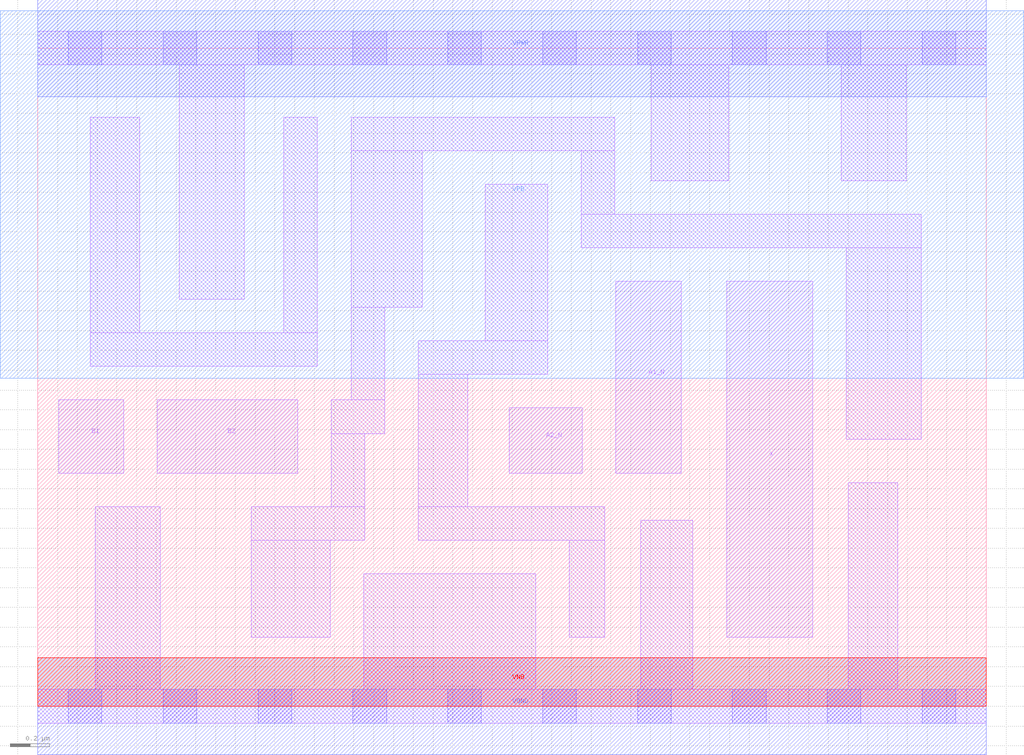
<source format=lef>
# Copyright 2020 The SkyWater PDK Authors
#
# Licensed under the Apache License, Version 2.0 (the "License");
# you may not use this file except in compliance with the License.
# You may obtain a copy of the License at
#
#     https://www.apache.org/licenses/LICENSE-2.0
#
# Unless required by applicable law or agreed to in writing, software
# distributed under the License is distributed on an "AS IS" BASIS,
# WITHOUT WARRANTIES OR CONDITIONS OF ANY KIND, either express or implied.
# See the License for the specific language governing permissions and
# limitations under the License.
#
# SPDX-License-Identifier: Apache-2.0

VERSION 5.7 ;
  NOWIREEXTENSIONATPIN ON ;
  DIVIDERCHAR "/" ;
  BUSBITCHARS "[]" ;
MACRO sky130_fd_sc_hs__a2bb2o_2
  CLASS CORE ;
  FOREIGN sky130_fd_sc_hs__a2bb2o_2 ;
  ORIGIN  0.000000  0.000000 ;
  SIZE  4.800000 BY  3.330000 ;
  SYMMETRY X Y ;
  SITE unit ;
  PIN A1_N
    ANTENNAGATEAREA  0.232500 ;
    DIRECTION INPUT ;
    USE SIGNAL ;
    PORT
      LAYER li1 ;
        RECT 2.925000 1.180000 3.255000 2.150000 ;
    END
  END A1_N
  PIN A2_N
    ANTENNAGATEAREA  0.232500 ;
    DIRECTION INPUT ;
    USE SIGNAL ;
    PORT
      LAYER li1 ;
        RECT 2.385000 1.180000 2.755000 1.510000 ;
    END
  END A2_N
  PIN B1
    ANTENNAGATEAREA  0.261000 ;
    DIRECTION INPUT ;
    USE SIGNAL ;
    PORT
      LAYER li1 ;
        RECT 0.105000 1.180000 0.435000 1.550000 ;
    END
  END B1
  PIN B2
    ANTENNAGATEAREA  0.261000 ;
    DIRECTION INPUT ;
    USE SIGNAL ;
    PORT
      LAYER li1 ;
        RECT 0.605000 1.180000 1.315000 1.550000 ;
    END
  END B2
  PIN X
    ANTENNADIFFAREA  0.543200 ;
    DIRECTION OUTPUT ;
    USE SIGNAL ;
    PORT
      LAYER li1 ;
        RECT 3.485000 0.350000 3.920000 2.150000 ;
    END
  END X
  PIN VGND
    DIRECTION INOUT ;
    USE GROUND ;
    PORT
      LAYER met1 ;
        RECT 0.000000 -0.245000 4.800000 0.245000 ;
    END
  END VGND
  PIN VNB
    DIRECTION INOUT ;
    USE GROUND ;
    PORT
      LAYER pwell ;
        RECT 0.000000 0.000000 4.800000 0.245000 ;
    END
  END VNB
  PIN VPB
    DIRECTION INOUT ;
    USE POWER ;
    PORT
      LAYER nwell ;
        RECT -0.190000 1.660000 4.990000 3.520000 ;
    END
  END VPB
  PIN VPWR
    DIRECTION INOUT ;
    USE POWER ;
    PORT
      LAYER met1 ;
        RECT 0.000000 3.085000 4.800000 3.575000 ;
    END
  END VPWR
  OBS
    LAYER li1 ;
      RECT 0.000000 -0.085000 4.800000 0.085000 ;
      RECT 0.000000  3.245000 4.800000 3.415000 ;
      RECT 0.265000  1.720000 1.415000 1.890000 ;
      RECT 0.265000  1.890000 0.515000 2.980000 ;
      RECT 0.290000  0.085000 0.620000 1.010000 ;
      RECT 0.715000  2.060000 1.045000 3.245000 ;
      RECT 1.080000  0.350000 1.480000 0.840000 ;
      RECT 1.080000  0.840000 1.655000 1.010000 ;
      RECT 1.245000  1.890000 1.415000 2.980000 ;
      RECT 1.485000  1.010000 1.655000 1.380000 ;
      RECT 1.485000  1.380000 1.755000 1.550000 ;
      RECT 1.585000  1.550000 1.755000 2.020000 ;
      RECT 1.585000  2.020000 1.945000 2.810000 ;
      RECT 1.585000  2.810000 2.920000 2.980000 ;
      RECT 1.650000  0.085000 2.520000 0.670000 ;
      RECT 1.925000  0.840000 2.870000 1.010000 ;
      RECT 1.925000  1.010000 2.175000 1.680000 ;
      RECT 1.925000  1.680000 2.580000 1.850000 ;
      RECT 2.265000  1.850000 2.580000 2.640000 ;
      RECT 2.690000  0.350000 2.870000 0.840000 ;
      RECT 2.750000  2.320000 4.470000 2.490000 ;
      RECT 2.750000  2.490000 2.920000 2.810000 ;
      RECT 3.050000  0.085000 3.315000 0.940000 ;
      RECT 3.105000  2.660000 3.495000 3.245000 ;
      RECT 4.065000  2.660000 4.395000 3.245000 ;
      RECT 4.090000  1.350000 4.470000 2.320000 ;
      RECT 4.100000  0.085000 4.350000 1.130000 ;
    LAYER mcon ;
      RECT 0.155000 -0.085000 0.325000 0.085000 ;
      RECT 0.155000  3.245000 0.325000 3.415000 ;
      RECT 0.635000 -0.085000 0.805000 0.085000 ;
      RECT 0.635000  3.245000 0.805000 3.415000 ;
      RECT 1.115000 -0.085000 1.285000 0.085000 ;
      RECT 1.115000  3.245000 1.285000 3.415000 ;
      RECT 1.595000 -0.085000 1.765000 0.085000 ;
      RECT 1.595000  3.245000 1.765000 3.415000 ;
      RECT 2.075000 -0.085000 2.245000 0.085000 ;
      RECT 2.075000  3.245000 2.245000 3.415000 ;
      RECT 2.555000 -0.085000 2.725000 0.085000 ;
      RECT 2.555000  3.245000 2.725000 3.415000 ;
      RECT 3.035000 -0.085000 3.205000 0.085000 ;
      RECT 3.035000  3.245000 3.205000 3.415000 ;
      RECT 3.515000 -0.085000 3.685000 0.085000 ;
      RECT 3.515000  3.245000 3.685000 3.415000 ;
      RECT 3.995000 -0.085000 4.165000 0.085000 ;
      RECT 3.995000  3.245000 4.165000 3.415000 ;
      RECT 4.475000 -0.085000 4.645000 0.085000 ;
      RECT 4.475000  3.245000 4.645000 3.415000 ;
  END
END sky130_fd_sc_hs__a2bb2o_2
END LIBRARY

</source>
